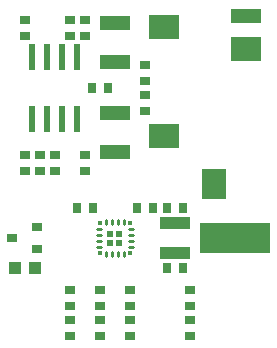
<source format=gbr>
G04 EAGLE Gerber RS-274X export*
G75*
%MOMM*%
%FSLAX34Y34*%
%LPD*%
%INSolderpaste Top*%
%IPPOS*%
%AMOC8*
5,1,8,0,0,1.08239X$1,22.5*%
G01*
%ADD10C,0.266000*%
%ADD11R,0.340000X0.340000*%
%ADD12R,0.575000X0.588000*%
%ADD13R,0.572000X0.611000*%
%ADD14R,0.607000X0.610000*%
%ADD15R,0.614000X0.594000*%
%ADD16R,0.700000X0.900000*%
%ADD17R,0.900000X0.700000*%
%ADD18R,2.500000X1.000000*%
%ADD19R,6.000000X2.500000*%
%ADD20R,1.100000X1.000000*%
%ADD21R,2.500000X2.000000*%
%ADD22R,2.000000X2.500000*%
%ADD23R,2.500000X1.200000*%
%ADD24R,0.609600X2.209800*%
%ADD25R,0.900000X0.800000*%


D10*
X106870Y86530D02*
X106730Y86530D01*
X106730Y89970D01*
X106870Y89970D01*
X106870Y86530D01*
X106870Y89057D02*
X106730Y89057D01*
X111730Y86530D02*
X111870Y86530D01*
X111730Y86530D02*
X111730Y89970D01*
X111870Y89970D01*
X111870Y86530D01*
X111870Y89057D02*
X111730Y89057D01*
X116730Y86530D02*
X116870Y86530D01*
X116730Y86530D02*
X116730Y89970D01*
X116870Y89970D01*
X116870Y86530D01*
X116870Y89057D02*
X116730Y89057D01*
X121730Y86530D02*
X121870Y86530D01*
X121730Y86530D02*
X121730Y89970D01*
X121870Y89970D01*
X121870Y86530D01*
X121870Y89057D02*
X121730Y89057D01*
D11*
X126950Y88950D03*
D10*
X125930Y94030D02*
X125930Y94170D01*
X129370Y94170D01*
X129370Y94030D01*
X125930Y94030D01*
X125930Y99030D02*
X125930Y99170D01*
X129370Y99170D01*
X129370Y99030D01*
X125930Y99030D01*
X125930Y104030D02*
X125930Y104170D01*
X129370Y104170D01*
X129370Y104030D01*
X125930Y104030D01*
X125930Y109030D02*
X125930Y109170D01*
X129370Y109170D01*
X129370Y109030D01*
X125930Y109030D01*
D11*
X126950Y114250D03*
D10*
X121870Y116670D02*
X121730Y116670D01*
X121870Y116670D02*
X121870Y113230D01*
X121730Y113230D01*
X121730Y116670D01*
X121730Y115757D02*
X121870Y115757D01*
X116870Y116670D02*
X116730Y116670D01*
X116870Y116670D02*
X116870Y113230D01*
X116730Y113230D01*
X116730Y116670D01*
X116730Y115757D02*
X116870Y115757D01*
X111870Y116670D02*
X111730Y116670D01*
X111870Y116670D02*
X111870Y113230D01*
X111730Y113230D01*
X111730Y116670D01*
X111730Y115757D02*
X111870Y115757D01*
X106870Y116670D02*
X106730Y116670D01*
X106870Y116670D02*
X106870Y113230D01*
X106730Y113230D01*
X106730Y116670D01*
X106730Y115757D02*
X106870Y115757D01*
D11*
X101650Y114250D03*
D10*
X102670Y109170D02*
X102670Y109030D01*
X99230Y109030D01*
X99230Y109170D01*
X102670Y109170D01*
X102670Y104170D02*
X102670Y104030D01*
X99230Y104030D01*
X99230Y104170D01*
X102670Y104170D01*
X102670Y99170D02*
X102670Y99030D01*
X99230Y99030D01*
X99230Y99170D01*
X102670Y99170D01*
X102670Y94170D02*
X102670Y94030D01*
X99230Y94030D01*
X99230Y94170D01*
X102670Y94170D01*
D11*
X101650Y88850D03*
D12*
X110415Y97550D03*
D13*
X110400Y105145D03*
D14*
X118055Y105110D03*
D15*
X117990Y97650D03*
D16*
X146200Y127000D03*
X133200Y127000D03*
X82400Y127000D03*
X95400Y127000D03*
D17*
X88900Y158600D03*
X88900Y171600D03*
X38100Y158600D03*
X38100Y171600D03*
D18*
X165100Y114300D03*
X165100Y88900D03*
D19*
X215900Y101600D03*
D16*
X171600Y76200D03*
X158600Y76200D03*
X171600Y127000D03*
X158600Y127000D03*
D17*
X76200Y31900D03*
X76200Y18900D03*
X101600Y31900D03*
X101600Y18900D03*
X127000Y31900D03*
X127000Y18900D03*
X177800Y31900D03*
X177800Y18900D03*
X177800Y44300D03*
X177800Y57300D03*
X127000Y44300D03*
X127000Y57300D03*
X76200Y44300D03*
X76200Y57300D03*
X101600Y44300D03*
X101600Y57300D03*
D20*
X46600Y76200D03*
X29600Y76200D03*
D21*
X156000Y279800D03*
X156000Y187800D03*
X225000Y261800D03*
D22*
X198000Y147300D03*
D23*
X225000Y289800D03*
D24*
X82550Y254762D03*
X69850Y254762D03*
X57150Y254762D03*
X44450Y254762D03*
X44450Y202438D03*
X57150Y202438D03*
X69850Y202438D03*
X82550Y202438D03*
D17*
X76200Y272900D03*
X76200Y285900D03*
X50800Y171600D03*
X50800Y158600D03*
X63500Y171600D03*
X63500Y158600D03*
X88900Y285900D03*
X88900Y272900D03*
D23*
X114300Y250200D03*
X114300Y283200D03*
X114300Y207000D03*
X114300Y174000D03*
D17*
X38100Y285900D03*
X38100Y272900D03*
X139700Y234800D03*
X139700Y247800D03*
X139700Y222400D03*
X139700Y209400D03*
D16*
X95100Y228600D03*
X108100Y228600D03*
D25*
X27100Y101600D03*
X48100Y111100D03*
X48100Y92100D03*
M02*

</source>
